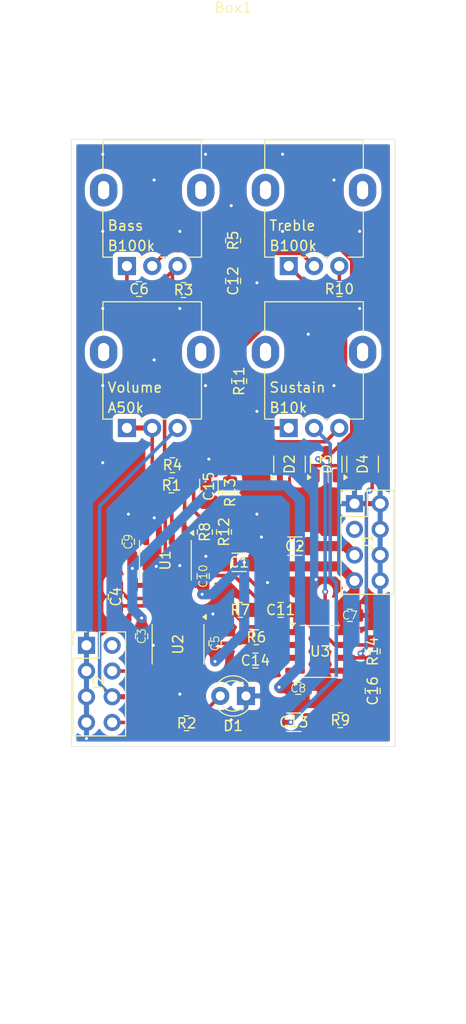
<source format=kicad_pcb>
(kicad_pcb (version 20240108) (generator "pcbnew") (generator_version "8.0")
  (layers (0 "F.Cu" jumper) (31 "B.Cu" signal) (34 "B.Paste" user) (35 "F.Paste" user) (36 "B.SilkS" user "B.Silkscreen") (37 "F.SilkS" user "F.Silkscreen") (38 "B.Mask" user) (39 "F.Mask" user) (44 "Edge.Cuts" user))
  (net 0 "")
  (net 1 "GND")
  (net 2 "VIN")
  (net 3 "Net-(C6-Pad1)")
  (net 4 "Net-(C6-Pad2)")
  (net 5 "Net-(C11-Pad1)")
  (net 6 "+V")
  (net 7 "Net-(U1A--)")
  (net 8 "-V")
  (net 9 "Net-(U1B-OUT)")
  (net 10 "LED")
  (net 11 "Net-(U1B--)")
  (net 12 "Net-(R5-Pad1)")
  (net 14 "Net-(U3A-OUT)")
  (net 15 "Net-(C12-Pad2)")
  (net 16 "IN^{EFF}")
  (net 17 "OUT^{EFF}")
  (net 18 "Net-(D1-A)")
  (net 19 "OUT^{BAX}")
  (net 23 "IN^{TONE}")
  (net 24 "Net-(C13-Pad1)")
  (net 25 "Net-(C13-Pad2)")
  (net 26 "Net-(U3A-+)")
  (net 27 "Net-(C15-Pad1)")
  (net 28 "Net-(D2-A)")
  (net 30 "Net-(D2-K)")
  (net 31 "Net-(D3-K)")
  (net 33 "Net-(U3A--)")
  (net 34 "Net-(R10-Pad1)")
  (net 35 "Net-(R11-Pad2)")
  (net 36 "Net-(R13-Pad1)")
  (footprint "Potentiometer_THT:Potentiometer_Alpha_RD901F-40-00D_Single_Vertical" (layer "F.Cu") (at 105.5 75.525 90)
    (property "Reference" "RV4" (hide yes))
    (property "Value" "Treble B100k" (hide yes))
  )
  (footprint "Potentiometer_THT:Potentiometer_Alpha_RD901F-40-00D_Single_Vertical" (layer "F.Cu") (at 89.5 91.525 90)
    (property "Reference" "RV1" (hide yes))
    (property "Value" "A50k Effects Volume" (hide yes))
  )
  (footprint "Resistor_SMD:R_0805_2012Metric_Pad1.20x1.40mm_HandSolder" (layer "F.Cu") (at 95.4 120.7)
    (property "Reference" "R2")
    (property "Value" "10k")
  )
  (footprint "Resistor_SMD:R_0805_2012Metric_Pad1.20x1.40mm_HandSolder" (layer "F.Cu") (at 94 95.2 180)
    (property "Reference" "R4")
    (property "Value" "22k")
  )
  (footprint "Mylib:1590A" (layer "F.Cu") (at 100 100)
    (property "Reference" "Box1")
    (property "Value" "1590A")
  )
  (footprint "Mylib:C_0704_1810Metric" (layer "F.Cu") (at 106.44 117.24)
    (property "Reference" "C8")
    (property "Value" "0.1uF")
  )
  (footprint "Resistor_SMD:R_0805_2012Metric_Pad1.20x1.40mm_HandSolder" (layer "F.Cu") (at 100.7 109.5)
    (property "Reference" "R7")
    (property "Value" "47k")
  )
  (footprint "Resistor_SMD:R_0805_2012Metric_Pad1.20x1.40mm_HandSolder" (layer "F.Cu") (at 100 73 -90)
    (property "Reference" "R5")
    (property "Value" "22k")
  )
  (footprint "Capacitor_SMD:C_0805_2012Metric_Pad1.18x1.45mm_HandSolder" (layer "F.Cu") (at 88.4 108.2 90)
    (property "Reference" "C4")
    (property "Value" "10pF")
  )
  (footprint "Resistor_SMD:R_0805_2012Metric_Pad1.20x1.40mm_HandSolder" (layer "F.Cu") (at 110.5 77.8)
    (property "Reference" "R10")
    (property "Value" "10k")
  )
  (footprint "Capacitor_SMD:C_1206_3216Metric_Pad1.33x1.80mm_HandSolder" (layer "F.Cu") (at 97.6 97.3 90)
    (property "Reference" "C15")
    (property "Value" "10uF")
  )
  (footprint "Mylib:C_0704_1810Metric" (layer "F.Cu") (at 89.6375 102.7625 90)
    (property "Reference" "C9")
    (property "Value" "0.1uF")
  )
  (footprint "Connector_PinHeader_2.54mm:PinHeader_2x04_P2.54mm_Vertical" (layer "F.Cu") (at 112 99)
    (property "Reference" "J1")
    (property "Value" "Conn_02x04_Odd_Even")
  )
  (footprint "Package_TO_SOT_SMD:SOT-23-3" (layer "F.Cu") (at 109.2 95.1 90)
    (property "Reference" "D3")
    (property "Value" "MMBD1203")
  )
  (footprint "Capacitor_SMD:C_0805_2012Metric_Pad1.18x1.45mm_HandSolder" (layer "F.Cu") (at 100 77 90)
    (property "Reference" "C12")
    (property "Value" "560pF")
  )
  (footprint "Package_SO:SOIC-8_3.9x4.9mm_P1.27mm" (layer "F.Cu") (at 94.5525 112.9 -90)
    (property "Reference" "U2")
    (property "Value" "BUF634AxD")
  )
  (footprint "Mylib:C_0704_1810Metric" (layer "F.Cu") (at 90.9525 112.1 -90)
    (property "Reference" "C3")
    (property "Value" "0.1uF")
  )
  (footprint "Mylib:C_0704_1810Metric" (layer "F.Cu") (at 111.54 110.04)
    (property "Reference" "C7")
    (property "Value" "0.1uF")
  )
  (footprint "Resistor_SMD:R_0805_2012Metric_Pad1.20x1.40mm_HandSolder" (layer "F.Cu") (at 100.6 86.9 90)
    (property "Reference" "R11")
    (property "Value" "10k")
  )
  (footprint "Capacitor_SMD:C_1206_3216Metric_Pad1.33x1.80mm_HandSolder" (layer "F.Cu") (at 100.6 104.8 180)
    (property "Reference" "C1")
    (property "Value" "22uF")
  )
  (footprint "Package_SO:SOIC-8_3.9x4.9mm_P1.27mm" (layer "F.Cu") (at 93.3 104.6 -90)
    (property "Reference" "U1")
    (property "Value" "OPA1656")
  )
  (footprint "Package_TO_SOT_SMD:SOT-23-3" (layer "F.Cu") (at 112.8 95.1 90)
    (property "Reference" "D4")
    (property "Value" "MMBD1203")
  )
  (footprint "Resistor_SMD:R_0805_2012Metric_Pad1.20x1.40mm_HandSolder" (layer "F.Cu") (at 99.7 97.9 -90)
    (property "Reference" "R13")
    (property "Value" "47k")
  )
  (footprint "Resistor_SMD:R_0805_2012Metric_Pad1.20x1.40mm_HandSolder" (layer "F.Cu") (at 93.9 97.2)
    (property "Reference" "R1")
    (property "Value" "22k")
  )
  (footprint "Resistor_SMD:R_0805_2012Metric_Pad1.20x1.40mm_HandSolder" (layer "F.Cu") (at 102.3 112.2 180)
    (property "Reference" "R6")
    (property "Value" "10k")
  )
  (footprint "Resistor_SMD:R_0805_2012Metric_Pad1.20x1.40mm_HandSolder" (layer "F.Cu") (at 97.2 101.8 -90)
    (property "Reference" "R8")
    (property "Value" "560k")
  )
  (footprint "Mylib:C_0704_1810Metric" (layer "F.Cu") (at 97.0375 106.1625 90)
    (property "Reference" "C10")
    (property "Value" "0.1uF")
  )
  (footprint "Capacitor_SMD:C_0805_2012Metric_Pad1.18x1.45mm_HandSolder" (layer "F.Cu") (at 90.7 77.8 180)
    (property "Reference" "C6")
    (property "Value" "47nF")
  )
  (footprint "Connector_PinHeader_2.54mm:PinHeader_2x04_P2.54mm_Vertical" (layer "F.Cu") (at 85.5 113)
    (property "Reference" "J2")
    (property "Value" "Conn_02x04_Odd_Even")
  )
  (footprint "Potentiometer_THT:Potentiometer_Alpha_RD901F-40-00D_Single_Vertical" (layer "F.Cu") (at 105.5 91.525 90)
    (property "Reference" "RV3" (hide yes))
    (property "Value" "10k")
  )
  (footprint "Resistor_SMD:R_0805_2012Metric_Pad1.20x1.40mm_HandSolder" (layer "F.Cu") (at 95.1 77.9)
    (property "Reference" "R3")
    (property "Value" "22k")
  )
  (footprint "Resistor_SMD:R_0805_2012Metric_Pad1.20x1.40mm_HandSolder" (layer "F.Cu") (at 113.8 113.6 -90)
    (property "Reference" "R14")
    (property "Value" "470k")
  )
  (footprint "Mylib:C_0704_1810Metric" (layer "F.Cu") (at 98.2145 112.8 90)
    (property "Reference" "C5")
    (property "Value" "0.1uF")
  )
  (footprint "LED_THT:LED_D3.0mm" (layer "F.Cu") (at 101.27 118 180)
    (property "Reference" "D1")
    (property "Value" "LED")
  )
  (footprint "Capacitor_SMD:C_0805_2012Metric_Pad1.18x1.45mm_HandSolder" (layer "F.Cu") (at 113.8 117.5 90)
    (property "Reference" "C16")
    (property "Value" "150pF")
  )
  (footprint "Capacitor_SMD:C_1206_3216Metric_Pad1.33x1.80mm_HandSolder" (layer "F.Cu") (at 106 120.6)
    (property "Reference" "C13")
    (property "Value" "4.7uF")
  )
  (footprint "Capacitor_SMD:C_1206_3216Metric_Pad1.33x1.80mm_HandSolder" (layer "F.Cu") (at 106.1 103.2 180)
    (property "Reference" "C2")
    (property "Value" "22uF")
  )
  (footprint "Capacitor_SMD:C_0805_2012Metric_Pad1.18x1.45mm_HandSolder" (layer "F.Cu") (at 104.7 109.5)
    (property "Reference" "C11")
    (property "Value" "4n7")
  )
  (footprint "Resistor_SMD:R_0805_2012Metric_Pad1.20x1.40mm_HandSolder" (layer "F.Cu") (at 99.1 101.8 90)
    (property "Reference" "R12")
    (property "Value" "62k")
  )
  (footprint "Potentiometer_THT:Potentiometer_Alpha_RD901F-40-00D_Single_Vertical" (layer "F.Cu") (at 89.5 75.525 90)
    (property "Reference" "RV2" (hide yes))
    (property "Value" "Bass B100k" (hide yes))
  )
  (footprint "Resistor_SMD:R_0805_2012Metric_Pad1.20x1.40mm_HandSolder" (layer "F.Cu") (at 110.6 120.4 180)
    (property "Reference" "R9")
    (property "Value" "8k2")
  )
  (footprint "Package_SO:SOIC-8_3.9x4.9mm_P1.27mm" (layer "F.Cu") (at 108.6 113.6)
    (property "Reference" "U3")
    (property "Value" "OPA1656")
  )
  (footprint "Package_TO_SOT_SMD:SOT-23-3" (layer "F.Cu") (at 105.575 95.1 90)
    (property "Reference" "D2")
    (property "Value" "MMBD1203")
  )
  (footprint "Capacitor_SMD:C_0805_2012Metric_Pad1.18x1.45mm_HandSolder" (layer "F.Cu") (at 102.2 114.5 180)
    (property "Reference" "C14")
    (property "Value" "0.01uF")
  )
  (gr_rect (start 84 63) (end 116 123) (stroke (width 0.05)) (fill none) (layer "Edge.Cuts"))
  (segment (start 98.55 105.2875) (end 99.0375 104.8) (width 1) (layer "F.Cu") (net 1))
  (segment (start 98.4375 104.2) (end 99.0375 104.8) (width 1) (layer "F.Cu") (net 1))
  (segment (start 97.3 104.2) (end 97.3 105.025) (width 1) (layer "F.Cu") (net 1))
  (segment (start 92.665 104.935) (end 92.4 105.2) (width 0.5) (layer "F.Cu") (net 1))
  (segment (start 97.0375 105.2875) (end 98.55 105.2875) (width 1) (layer "F.Cu") (net 1))
  (segment (start 92.665 102.125) (end 92.665 104.935) (width 0.5) (layer "F.Cu") (net 1))
  (segment (start 92.665 100.865) (end 92.2 100.4) (width 0.5) (layer "F.Cu") (net 1))
  (segment (start 97.3 105.025) (end 97.0375 105.2875) (width 0.5) (layer "F.Cu") (net 1))
  (segment (start 92.665 102.125) (end 92.665 100.865) (width 0.5) (layer "F.Cu") (net 1))
  (segment (start 97.6 94.6) (end 97.6 95.7375) (width 0.5) (layer "F.Cu") (net 1))
  (segment (start 97.3 104.2) (end 98.4375 104.2) (width 1) (layer "F.Cu") (net 1))
  (via (at 103.4 106.8) (size 0.6) (drill 0.3) (layers "F.Cu" "B.Cu") (net 1))
  (via (at 87.11 87.3395) (size 0.6) (drill 0.3) (layers "F.Cu" "B.Cu") (net 1))
  (via (at 109.97 67.0195) (size 0.6) (drill 0.3) (layers "F.Cu" "B.Cu") (net 1))
  (via (at 102.35 77.1795) (size 0.6) (drill 0.3) (layers "F.Cu" "B.Cu") (net 1))
  (via (at 87.11 64.4795) (size 0.6) (drill 0.3) (layers "F.Cu" "B.Cu") (net 1))
  (via (at 109.97 87.3395) (size 0.6) (drill 0.3) (layers "F.Cu" "B.Cu") (net 1))
  (via (at 94.73 72.0995) (size 0.6) (drill 0.3) (layers "F.Cu" "B.Cu") (net 1))
  (via (at 112.51 72.0995) (size 0.6) (drill 0.3) (layers "F.Cu" "B.Cu") (net 1))
  (via (at 104.89 64.4795) (size 0.6) (drill 0.3) (layers "F.Cu" "B.Cu") (net 1))
  (via (at 92.2 100.4) (size 0.6) (drill 0.3) (layers "F.Cu" "B.Cu") (net 1))
  (via (at 92.19 67.0195) (size 0.6) (drill 0.3) (layers "F.Cu" "B.Cu") (net 1))
  (via (at 112.51 79.7195) (size 0.6) (drill 0.3) (layers "F.Cu" "B.Cu") (net 1))
  (via (at 92.19 84.7995) (size 0.6) (drill 0.3) (layers "F.Cu" "B.Cu") (net 1))
  (via (at 97.27 87.3395) (size 0.6) (drill 0.3) (layers "F.Cu" "B.Cu") (net 1))
  (via (at 87.11 79.7195) (size 0.6) (drill 0.3) (layers "F.Cu" "B.Cu") (net 1))
  (via (at 102.35 89.8795) (size 0.6) (drill 0.3) (layers "F.Cu" "B.Cu") (net 1))
  (via (at 99.81 120.3595) (size 0.6) (drill 0.3) (layers "F.Cu" "B.Cu") (net 1))
  (via (at 99.81 69.5595) (size 0.6) (drill 0.3) (layers "F.Cu" "B.Cu") (net 1))
  (via (at 104.89 72.0995) (size 0.6) (drill 0.3) (layers "F.Cu" "B.Cu") (net 1))
  (via (at 97.3 104.2) (size 0.6) (drill 0.3) (layers "F.Cu" "B.Cu") (net 1))
  (via (at 97.27 64.4795) (size 0.6) (drill 0.3) (layers "F.Cu" "B.Cu") (net 1))
  (via (at 94.73 79.7195) (size 0.6) (drill 0.3) (layers "F.Cu" "B.Cu") (net 1))
  (via (at 97.6 94.6) (size 0.6) (drill 0.3) (layers "F.Cu" "B.Cu") (net 1))
  (via (at 92.4 105.2) (size 0.6) (drill 0.3) (layers "F.Cu" "B.Cu") (net 1))
  (via (at 87.11 94.9595) (size 0.6) (drill 0.3) (layers "F.Cu" "B.Cu") (net 1))
  (via (at 85.5 122.2) (size 0.6) (drill 0.3) (layers "F.Cu" "B.Cu") (net 1))
  (via (at 92.1 113) (size 0.6) (drill 0.3) (layers "F.Cu" "B.Cu") (net 1))
  (via (at 94.73 117.8195) (size 0.6) (drill 0.3) (layers "F.Cu" "B.Cu") (net 1))
  (via (at 102.8 102.3) (size 0.6) (drill 0.3) (layers "F.Cu" "B.Cu") (net 1))
  (via (at 102.35 100.0395) (size 0.6) (drill 0.3) (layers "F.Cu" "B.Cu") (net 1))
  (via (at 108.2 106.5) (size 0.6) (drill 0.3) (layers "F.Cu" "B.Cu") (net 1))
  (via (at 107.43 82.2595) (size 0.6) (drill 0.3) (layers "F.Cu" "B.Cu") (net 1))
  (via (at 94.73 105.1195) (size 0.6) (drill 0.3) (layers "F.Cu" "B.Cu") (net 1))
  (via (at 89.65 100.0395) (size 0.6) (drill 0.3) (layers "F.Cu" "B.Cu") (net 1))
  (via (at 87.11 72.0995) (size 0.6) (drill 0.3) (layers "F.Cu" "B.Cu") (net 1))
  (via (at 98 109.9) (size 0.6) (drill 0.3) (layers "F.Cu" "B.Cu") (net 1))
  (segment (start 92.225 77.8) (end 94.5 75.525) (width 0.35) (layer "F.Cu") (net 3))
  (segment (start 94 76.025) (end 94 77.8) (width 0.35) (layer "F.Cu") (net 3))
  (segment (start 91.7375 77.8) (end 92.225 77.8) (width 0.35) (layer "F.Cu") (net 3))
  (segment (start 89.5 77.6375) (end 89.5 75.525) (width 0.35) (layer "F.Cu") (net 4))
  (segment (start 93.225 94.975) (end 93.225 81.3625) (width 0.35) (layer "F.Cu") (net 4))
  (segment (start 93.225 81.3625) (end 89.6625 77.8) (width 0.35) (layer "F.Cu") (net 4))
  (segment (start 103.6625 109.5) (end 103.6625 111.8375) (width 0.35) (layer "F.Cu") (net 5))
  (segment (start 101.7 109.5) (end 103.6625 109.5) (width 0.35) (layer "F.Cu") (net 5))
  (segment (start 110.665 110.04) (end 110.665 111.285) (width 0.5) (layer "F.Cu") (net 6))
  (segment (start 112 106.62) (end 112 107.68) (width 1) (layer "F.Cu") (net 6))
  (segment (start 95.1875 114.400001) (end 95.912501 113.675) (width 0.5) (layer "F.Cu") (net 6))
  (segment (start 95.912501 113.675) (end 98.2145 113.675) (width 0.5) (layer "F.Cu") (net 6))
  (segment (start 110.64 109.04) (end 110.64 110.015) (width 1) (layer "F.Cu") (net 6))
  (segment (start 102.1625 104.8) (end 101.1 104.8) (width 1) (layer "F.Cu") (net 6))
  (segment (start 98.2145 114.6) (end 98.2145 113.675) (width 1) (layer "F.Cu") (net 6))
  (segment (start 97.0375 107.8625) (end 96.9375 107.9625) (width 1) (layer "F.Cu") (net 6))
  (segment (start 97 107.075) (end 95.2055 107.075) (width 0.5) (layer "F.Cu") (net 6))
  (segment (start 95.1875 115.375) (end 95.1875 114.400001) (width 0.5) (layer "F.Cu") (net 6))
  (segment (start 110.665 111.285) (end 111.075 111.695) (width 0.5) (layer "F.Cu") (net 6))
  (segment (start 112 107.68) (end 110.64 109.04) (width 1) (layer "F.Cu") (net 6))
  (segment (start 102.5625 105.2) (end 110.58 105.2) (width 1) (layer "F.Cu") (net 6))
  (segment (start 110.58 105.2) (end 112 106.62) (width 1) (layer "F.Cu") (net 6))
  (segment (start 97.0375 107.0375) (end 97.0375 107.8625) (width 1) (layer "F.Cu") (net 6))
  (segment (start 102.1625 104.8) (end 102.5625 105.2) (width 1) (layer "F.Cu") (net 6))
  (via (at 96.9375 107.9625) (size 0.6) (drill 0.3) (layers "F.Cu" "B.Cu") (net 6))
  (via (at 101.1 104.8) (size 0.6) (drill 0.3) (layers "F.Cu" "B.Cu") (net 6))
  (via (at 98.2145 114.6) (size 0.6) (drill 0.3) (layers "F.Cu" "B.Cu") (net 6))
  (segment (start 101.1 111.7145) (end 98.2145 114.6) (width 1) (layer "B.Cu") (net 6))
  (segment (start 97.9375 107.9625) (end 101.1 104.8) (width 1) (layer "B.Cu") (net 6))
  (segment (start 101.1 104.8) (end 101.1 111.7145) (width 1) (layer "B.Cu") (net 6))
  (segment (start 96.9375 107.9625) (end 97.9375 107.9625) (width 1) (layer "B.Cu") (net 6))
  (segment (start 93.935 102.125) (end 93.935 94.6449) (width 0.35) (layer "F.Cu") (net 7))
  (segment (start 98.9472 76.9847) (end 98.9472 75.0528) (width 0.35) (layer "F.Cu") (net 7))
  (segment (start 100 78.0375) (end 98.9472 76.9847) (width 0.35) (layer "F.Cu") (net 7))
  (segment (start 99.5 89.0799) (end 99.5 78.5375) (width 0.35) (layer "F.Cu") (net 7))
  (segment (start 93.935 94.6449) (end 99.5 89.0799) (width 0.35) (layer "F.Cu") (net 7))
  (segment (start 99.5 78.5375) (end 100 78.0375) (width 0.35) (layer "F.Cu") (net 7))
  (segment (start 98.9472 75.0528) (end 100 74) (width 0.35) (layer "F.Cu") (net 7))
  (segment (start 93.0475 111.8) (end 96.3525 111.8) (width 0.5) (layer "F.Cu") (net 8))
  (segment (start 90.0375 104.0375) (end 89.6375 103.6375) (width 1) (layer "F.Cu") (net 8))
  (segment (start 96.3525 111.8) (end 96.4575 111.695) (width 0.5) (layer "F.Cu") (net 8))
  (segment (start 105.565 117.24) (end 104.64 117.24) (width 1) (layer "F.Cu") (net 8))
  (segment (start 105.6 116.03) (end 105.6 117.205) (width 0.5) (layer "F.Cu") (net 8))
  (segment (start 91.395 102.125) (end 91.15 102.125) (width 0.5) (layer "F.Cu") (net 8))
  (segment (start 90.9525 110.3) (end 90.9525 111.225) (width 1) (layer "F.Cu") (net 8))
  (segment (start 91.8475 111.225) (end 92.6475 110.425) (width 0.35) (layer "F.Cu") (net 8))
  (segment (start 90.9525 111.225) (end 91.8475 111.225) (width 0.35) (layer "F.Cu") (net 8))
  (segment (start 107.6625 103.2) (end 106.6 103.2) (width 1) (layer "F.Cu") (net 8))
  (segment (start 106.125 115.505) (end 105.6 116.03) (width 0.5) (layer "F.Cu") (net 8))
  (segment (start 105.6 117.205) (end 105.565 117.24) (width 0.5) (layer "F.Cu") (net 8))
  (segment (start 96.4575 111.695) (end 96.4575 110.425) (width 0.5) (layer "F.Cu") (net 8))
  (segment (start 92.6475 111.4) (end 93.0475 111.8) (width 0.5) (layer "F.Cu") (net 8))
  (segment (start 91.15 102.125) (end 89.6375 103.6375) (width 0.5) (layer "F.Cu") (net 8))
  (segment (start 111.12 103.2) (end 107.6625 103.2) (width 1) (layer "F.Cu") (net 8))
  (segment (start 112 104.08) (end 111.12 103.2) (width 1) (layer "F.Cu") (net 8))
  (segment (start 92.6475 110.425) (end 92.6475 111.4) (width 0.5) (layer "F.Cu") (net 8))
  (segment (start 90.0375 105.4) (end 90.0375 104.0375) (width 1) (layer "F.Cu") (net 8))
  (segment (start 104.64 117.24) (end 104.54 117.14) (width 1) (layer "F.Cu") (net 8))
  (via (at 90.9525 110.3) (size 0.6) (drill 0.3) (layers "F.Cu" "B.Cu") (net 8))
  (via (at 104.54 117.14) (size 0.6) (drill 0.3) (layers "F.Cu" "B.Cu") (net 8))
  (via (at 106.6 103.2) (size 0.6) (drill 0.3) (layers "F.Cu" "B.Cu") (net 8))
  (via (at 90.0375 105.4) (size 0.6) (drill 0.3) (layers "F.Cu" "B.Cu") (net 8))
  (segment (start 90.0375 109.385) (end 90.9525 110.3) (width 1) (layer "B.Cu") (net 8))
  (segment (start 105.2 97.2) (end 98.2375 97.2) (width 1) (layer "B.Cu") (net 8))
  (segment (start 106.6 103.2) (end 106.6 115.08) (width 1) (layer "B.Cu") (net 8))
  (segment (start 98.2375 97.2) (end 90.0375 105.4) (width 1) (layer "B.Cu") (net 8))
  (segment (start 106.6 98.6) (end 105.2 97.2) (width 1) (layer "B.Cu") (net 8))
  (segment (start 106.6 98.6) (end 106.6 103.2) (width 1) (layer "B.Cu") (net 8))
  (segment (start 90.0375 105.4) (end 90.0375 109.385) (width 1) (layer "B.Cu") (net 8))
  (segment (start 104.54 117.14) (end 106.6 115.08) (width 1) (layer "B.Cu") (net 8))
  (segment (start 93.9175 109.450001) (end 93.567499 109.1) (width 0.35) (layer "F.Cu") (net 9))
  (segment (start 93.9175 110.425) (end 93.9175 107.0925) (width 0.35) (layer "F.Cu") (net 9))
  (segment (start 93.9175 110.425) (end 93.9175 109.450001) (width 0.35) (layer "F.Cu") (net 9))
  (segment (start 93.567499 109.1) (end 88.5375 109.1) (width 0.35) (layer "F.Cu") (net 9))
  (segment (start 88.04 120.62) (end 94.32 120.62) (width 0.35) (layer "F.Cu") (net 10))
  (segment (start 92.665 108.049999) (end 92.339999 108.375) (width 0.35) (layer "F.Cu") (net 11))
  (segment (start 92.9 97.2) (end 92 96.3) (width 0.35) (layer "F.Cu") (net 11))
  (segment (start 89.5 91.525) (end 92 91.525) (width 0.5) (layer "F.Cu") (net 11))
  (segment (start 92.9 99.512894) (end 93.29 99.902894) (width 0.35) (layer "F.Cu") (net 11))
  (segment (start 92.9 99.512894) (end 92.9 97.2) (width 0.35) (layer "F.Cu") (net 11))
  (segment (start 92.665 107.075) (end 93.29 106.45) (width 0.35) (layer "F.Cu") (net 11))
  (segment (start 93.29 106.45) (end 93.29 99.902894) (width 0.35) (layer "F.Cu") (net 11))
  (segment (start 89.6125 108.375) (end 88.4 107.1625) (width 0.35) (layer "F.Cu") (net 11))
  (segment (start 92.665 107.075) (end 92.665 108.049999) (width 0.35) (layer "F.Cu") (net 11))
  (segment (start 92.339999 108.375) (end 89.6125 108.375) (width 0.35) (layer "F.Cu") (net 11))
  (segment (start 92 96.3) (end 92 91.525) (width 0.35) (layer "F.Cu") (net 11))
  (segment (start 97.192894 74) (end 93.525 74) (width 0.35) (layer "F.Cu") (net 12))
  (segment (start 93.525 74) (end 92 75.525) (width 0.35) (layer "F.Cu") (net 12))
  (segment (start 98.617894 72.575) (end 97.192894 74) (width 0.35) (layer "F.Cu") (net 12))
  (segment (start 99.425 72.575) (end 98.617894 72.575) (width 0.35) (layer "F.Cu") (net 12))
  (segment (start 100 72) (end 99.425 72.575) (width 0.35) (layer "F.Cu") (net 12))
  (segment (start 100.2 102.2799) (end 99.6451 101.725) (width 0.35) (layer "F.Cu") (net 14))
  (segment (start 106.125 109.8875) (end 105.7375 109.5) (width 0.35) (layer "F.Cu") (net 14))
  (segment (start 96.1 94.9) (end 99.475 91.525) (width 0.35) (layer "F.Cu") (net 14))
  (segment (start 106.125 111.695) (end 106.125 109.8875) (width 0.35) (layer "F.Cu") (net 14))
  (segment (start 99.475 91.525) (end 105.5 91.525) (width 0.35) (layer "F.Cu") (net 14))
  (segment (start 96.1 99.7) (end 96.1 94.9) (width 0.35) (layer "F.Cu") (net 14))
  (segment (start 98.125 101.725) (end 97.2 100.8) (width 0.35) (layer "F.Cu") (net 14))
  (segment (start 102.633274 107.5) (end 100.2 105.066726) (width 0.35) (layer "F.Cu") (net 14))
  (segment (start 104.207106 107.5) (end 102.633274 107.5) (width 0.35) (layer "F.Cu") (net 14))
  (segment (start 99.6451 101.725) (end 98.125 101.725) (width 0.35) (layer "F.Cu") (net 14))
  (segment (start 105.7375 109.030394) (end 104.207106 107.5) (width 0.35) (layer "F.Cu") (net 14))
  (segment (start 105.7375 109.5) (end 105.7375 109.030394) (width 0.35) (layer "F.Cu") (net 14))
  (segment (start 100.2 105.066726) (end 100.2 102.2799) (width 0.35) (layer "F.Cu") (net 14))
  (segment (start 97.2 100.8) (end 96.1 99.7) (width 0.35) (layer "F.Cu") (net 14))
  (segment (start 101.6857 74.2768) (end 100 75.9625) (width 0.35) (layer "F.Cu") (net 15))
  (segment (start 108 75.525) (end 106.7518 74.2768) (width 0.35) (layer "F.Cu") (net 15))
  (segment (start 106.7518 74.2768) (end 101.6857 74.2768) (width 0.35) (layer "F.Cu") (net 15))
  (segment (start 92.296592 114.075) (end 90.831592 115.54) (width 0.35) (layer "F.Cu") (net 16))
  (segment (start 90.831592 115.54) (end 88.04 115.54) (width 0.35) (layer "F.Cu") (net 16))
  (segment (start 94.425 114.075) (end 92.296592 114.075) (width 0.35) (layer "F.Cu") (net 16))
  (segment (start 101.3 112.2) (end 100.7 112.8) (width 0.35) (layer "F.Cu") (net 16))
  (segment (start 100.7 112.8) (end 95.7 112.8) (width 0.35) (layer "F.Cu") (net 16))
  (segment (start 95.7 112.8) (end 94.425 114.075) (width 0.35) (layer "F.Cu") (net 16))
  (segment (start 93.9175 116.349999) (end 92.187499 118.08) (width 0.5) (layer "F.Cu") (net 17))
  (segment (start 93.9175 115.375) (end 93.9175 116.349999) (width 0.5) (layer "F.Cu") (net 17))
  (segment (start 92.187499 118.08) (end 88.04 118.08) (width 0.5) (layer "F.Cu") (net 17))
  (segment (start 86.8 99.225) (end 86.8 116.84) (width 0.35) (layer "B.Cu") (net 17))
  (segment (start 86.8 116.84) (end 88.04 118.08) (width 0.35) (layer "B.Cu") (net 17))
  (segment (start 94.5 91.525) (end 86.8 99.225) (width 0.35) (layer "B.Cu") (net 17))
  (segment (start 96.4 120.33) (end 98.73 118) (width 0.35) (layer "F.Cu") (net 18))
  (segment (start 95.205 94.395) (end 100.6 89) (width 0.35) (layer "F.Cu") (net 19))
  (segment (start 95.205 102.125) (end 95.205 94.395) (width 0.35) (layer "F.Cu") (net 19))
  (segment (start 100.6 89) (end 100.6 87.9) (width 0.35) (layer "F.Cu") (net 19))
  (segment (start 109.794912 93.9625) (end 111.725 92.032412) (width 0.35) (layer "F.Cu") (net 23))
  (segment (start 111.115 85.415) (end 111.115 78.185) (width 0.35) (layer "F.Cu") (net 23))
  (segment (start 98.825 73.075) (end 100.6951 73.075) (width 0.35) (layer "F.Cu") (net 23))
  (segment (start 100.6951 73.075) (end 101.3201 73.7) (width 0.35) (layer "F.Cu") (net 23))
  (segment (start 111.075 112.965) (end 113.435 112.965) (width 0.35) (layer "F.Cu") (net 23))
  (segment (start 109.1 112) (end 110.065 112.965) (width 0.35) (layer "F.Cu") (net 23))
  (segment (start 109.2 93.9625) (end 109.794912 93.9625) (width 0.35) (layer "F.Cu") (net 23))
  (segment (start 109.1 107.7) (end 109.1 112) (width 0.35) (layer "F.Cu") (net 23))
  (segment (start 111.725 74.9802) (end 111.725 78.582106) (width 0.35) (layer "F.Cu") (net 23))
  (segment (start 108.4 94.6) (end 108.5625 94.6) (width 0.35) (layer "F.Cu") (net 23))
  (segment (start 114.85 113.65) (end 114.85 117.4875) (width 0.35) (layer "F.Cu") (net 23))
  (segment (start 110.065 112.965) (end 111.075 112.965) (width 0.35) (layer "F.Cu") (net 23))
  (segment (start 113.8 112.6) (end 114.85 113.65) (width 0.35) (layer "F.Cu") (net 23))
  (segment (start 108.5625 94.6) (end 109.2 93.9625) (width 0.35) (layer "F.Cu") (net 23))
  (segment (start 96.1 75.8) (end 98.825 73.075) (width 0.35) (layer "F.Cu") (net 23))
  (segment (start 111.725 86.025) (end 111.115 85.415) (width 0.35) (layer "F.Cu") (net 23))
  (segment (start 111.725 92.032412) (end 111.725 86.025) (width 0.35) (layer "F.Cu") (net 23))
  (segment (start 101.3201 73.7) (end 110.4448 73.7) (width 0.35) (layer "F.Cu") (net 23))
  (segment (start 114.85 117.4875) (end 113.8 118.5375) (width 0.35) (layer "F.Cu") (net 23))
  (segment (start 96.1 77.9) (end 96.1 75.8) (width 0.35) (layer "F.Cu") (net 23))
  (segment (start 111.115 78.185) (end 111.5 77.8) (width 0.35) (layer "F.Cu") (net 23))
  (segment (start 110.4448 73.7) (end 111.725 74.9802) (width 0.35) (layer "F.Cu") (net 23))
  (via (at 109.1 107.7) (size 0.6) (drill 0.3) (layers "F.Cu" "B.Cu") (net 23))
  (via (at 108.4 94.6) (size 0.6) (drill 0.3) (layers "F.Cu" "B.Cu") (net 23))
  (segment (start 109.1 107.7) (end 109.1 95.3) (width 0.35) (layer "B.Cu") (net 23))
  (segment (start 109.1 95.3) (end 108.4 94.6) (width 0.35) (layer "B.Cu") (net 23))
  (segment (start 104.4375 120.6) (end 105.7 120.6) (width 0.5) (layer "F.Cu") (net 24))
  (via (at 105.7 120.6) (size 0.6) (drill 0.3) (layers "F.Cu" "B.Cu") (net 24))
  (segment (start 105.7 120.6) (end 110.2 116.1) (width 0.35) (layer "B.Cu") (net 24))
  (segment (start 110.2 106.81005) (end 109.6 106.21005) (width 0.35) (layer "B.Cu") (net 24))
  (segment (start 109.6 106.21005) (end 109.6 93.125) (width 0.35) (layer "B.Cu") (net 24))
  (segment (start 109.6 93.125) (end 108 91.525) (width 0.35) (layer "B.Cu") (net 24))
  (segment (start 110.2 116.1) (end 110.2 106.81005) (width 0.35) (layer "B.Cu") (net 24))
  (segment (start 109.6 120.4) (end 107.7625 120.4) (width 0.35) (layer "F.Cu") (net 25))
  (segment (start 101.375 111.175) (end 102.075 111.175) (width 0.35) (layer "F.Cu") (net 26))
  (segment (start 102.375 111.475) (end 102.375 113.6375) (width 0.35) (layer "F.Cu") (net 26))
  (segment (start 106.125 114.235) (end 103.5025 114.235) (width 0.35) (layer "F.Cu") (net 26))
  (segment (start 102.375 113.6375) (end 103.2375 114.5) (width 0.35) (layer "F.Cu") (net 26))
  (segment (start 99.7 109.5) (end 101.375 111.175) (width 0.35) (layer "F.Cu") (net 26))
  (segment (start 102.075 111.175) (end 102.375 111.475) (width 0.35) (layer "F.Cu") (net 26))
  (segment (start 99.6625 98.8625) (end 99.7 98.9) (width 0.35) (layer "F.Cu") (net 27))
  (segment (start 99.1375 100.7625) (end 99.1 100.8) (width 0.35) (layer "F.Cu") (net 27))
  (segment (start 99.1 100.8) (end 99.1 100.3625) (width 0.35) (layer "F.Cu") (net 27))
  (segment (start 99.1 100.3625) (end 97.6 98.8625) (width 0.35) (layer "F.Cu") (net 27))
  (segment (start 97.6 98.8625) (end 99.6625 98.8625) (width 0.35) (layer "F.Cu") (net 27))
  (segment (start 111.6 118.6625) (end 111.6 120.4) (width 0.35) (layer "F.Cu") (net 28))
  (segment (start 111.075 114.235) (end 113.435 114.235) (width 0.35) (layer "F.Cu") (net 28))
  (segment (start 113.8 116.4625) (end 111.6 118.6625) (width 0.35) (layer "F.Cu") (net 28))
  (segment (start 105.6125 95.25) (end 104.625 96.2375) (width 0.35) (layer "F.Cu") (net 28))
  (segment (start 112.7625 95.25) (end 105.6125 95.25) (width 0.35) (layer "F.Cu") (net 28))
  (segment (start 113.8 114.6) (end 113.4 114.6) (width 0.35) (layer "F.Cu") (net 28))
  (segment (start 113.75 96.2375) (end 112.7625 95.25) (width 0.35) (layer "F.Cu") (net 28))
  (segment (start 113.8 116.4625) (end 113.8 114.6) (width 0.35) (layer "F.Cu") (net 28))
  (segment (start 113.5 97.7) (end 113.75 97.45) (width 0.35) (layer "F.Cu") (net 28))
  (segment (start 113.75 97.45) (end 113.75 96.2375) (width 0.35) (layer "F.Cu") (net 28))
  (segment (start 113.4 114.6) (end 112.6 113.8) (width 0.35) (layer "F.Cu") (net 28))
  (via (at 113.5 97.7) (size 0.6) (drill 0.3) (layers "F.Cu" "B.Cu") (net 28))
  (via (at 112.6 113.8) (size 0.6) (drill 0.3) (layers "F.Cu" "B.Cu") (net 28))
  (segment (start 113.175 113.225) (end 112.6 113.8) (width 0.35) (layer "B.Cu") (net 28))
  (segment (start 113.5 97.7) (end 113.175 98.025) (width 0.35) (layer "B.Cu") (net 28))
  (segment (start 113.175 98.025) (end 113.175 113.225) (width 0.35) (layer "B.Cu") (net 28))
  (segment (start 106.525 96.2375) (end 108.25 96.2375) (width 0.35) (layer "F.Cu") (net 30))
  (segment (start 110.15 96.2375) (end 111.85 96.2375) (width 0.35) (layer "F.Cu") (net 31))
  (segment (start 95.9 104.1) (end 97.2 102.8) (width 0.35) (layer "F.Cu") (net 33))
  (segment (start 104.45 108.45) (end 102.4201 108.45) (width 0.35) (layer "F.Cu") (net 33))
  (segment (start 95.9 105.584164) (end 95.9 104.1) (width 0.35) (layer "F.Cu") (net 33))
  (segment (start 102.4201 108.45) (end 100.0826 106.1125) (width 0.35) (layer "F.Cu") (net 33))
  (segment (start 104.7 108.7) (end 104.45 108.45) (width 0.35) (layer "F.Cu") (net 33))
  (segment (start 105.665 112.965) (end 104.7 112) (width 0.35) (layer "F.Cu") (net 33))
  (segment (start 104.7 112) (end 104.7 108.7) (width 0.35) (layer "F.Cu") (net 33))
  (segment (start 99.65 102.8) (end 99.1 102.8) (width 0.35) (layer "F.Cu") (net 33))
  (segment (start 99.1 102.8) (end 97.2 102.8) (width 0.35) (layer "F.Cu") (net 33))
  (segment (start 100.0826 106.1125) (end 96.428336 106.1125) (width 0.35) (layer "F.Cu") (net 33))
  (segment (start 96.428336 106.1125) (end 95.9 105.584164) (width 0.35) (layer "F.Cu") (net 33))
  (segment (start 107.775 77.8) (end 105.5 75.525) (width 0.35) (layer "F.Cu") (net 34))
  (segment (start 109.5 77.8) (end 107.775 77.8) (width 0.35) (layer "F.Cu") (net 34))
  (segment (start 100.6 85.3) (end 100.1 85.8) (width 0.35) (layer "F.Cu") (net 35))
  (segment (start 110.5 79.1) (end 109.7 79.9) (width 0.35) (layer "F.Cu") (net 35))
  (segment (start 104.68205 79.9) (end 100.6 83.98205) (width 0.35) (layer "F.Cu") (net 35))
  (segment (start 100.6 83.98205) (end 100.6 85.3) (width 0.35) (layer "F.Cu") (net 35))
  (segment (start 109.7 79.9) (end 104.68205 79.9) (width 0.35) (layer "F.Cu") (net 35))
  (segment (start 110.5 75.525) (end 110.5 79.1) (width 0.35) (layer "F.Cu") (net 35))
  (segment (start 99.7 96.9) (end 99.6 96.8) (width 0.35) (layer "F.Cu") (net 36))
  (segment (start 99.6 94.3) (end 101.01244 92.88756) (width 0.35) (layer "F.Cu") (net 36))
  (segment (start 101.01244 92.88756) (end 109.13744 92.88756) (width 0.35) (layer "F.Cu") (net 36))
  (segment (start 99.6 96.8) (end 99.6 94.3) (width 0.35) (layer "F.Cu") (net 36))
  (segment (start 109.13744 92.88756) (end 110.5 91.525) (width 0.35) (layer "F.Cu") (net 36))
  (zone (net 1) (net_name "GND") (layers "F.Cu" "B.Cu") (connect_pads (clearance 0.5)) (min_thickness 0.25) (fill yes (thermal_gap 0.5) (thermal_bridge_width 0.5) (smoothing chamfer) (radius 1))
    (polygon (pts (xy 80.8 53.7) (xy 119.3 53.7) (xy 119.3 146.3) (xy 80.8 146.3)))
  )
)
</source>
